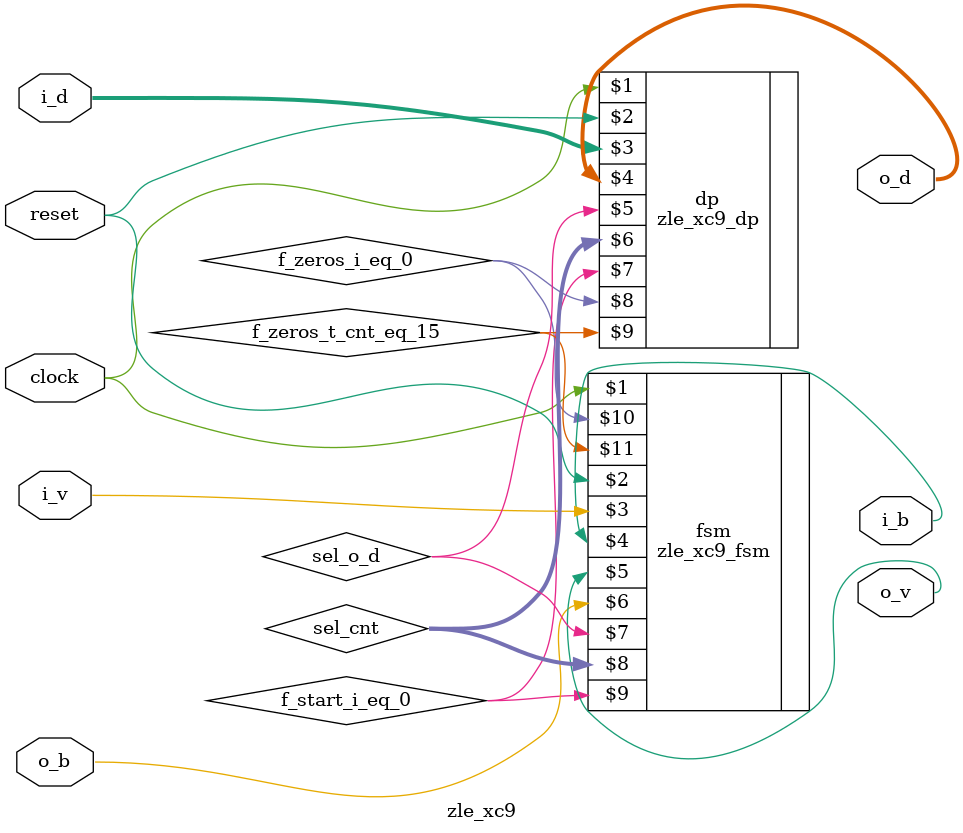
<source format=v>

`include "zle_xc9_fsm.v"
`include "zle_xc9_dp.v"

module zle_xc9 (clock, reset,  i_d, i_v, i_b,  o_d, o_v, o_b);
   
   input  clock, reset;
   input  [2:0] i_d;	input  i_v;	output i_b;	// - input  stream i
   output [3:0] o_d;	output o_v;	input  o_b;	// - output stream o

   wire 	sel_o_d;			// - o_d mux select to datapath
   wire [1:0] 	sel_cnt;			// - cnt mux select to datapath
   wire 	f_start_i_eq_0,
		f_zeros_i_eq_0,
		f_zeros_t_cnt_eq_15;		// - flags from datapath
   
   zle_xc9_fsm fsm (clock, reset,  i_v, i_b,  o_v, o_b,  sel_o_d, sel_cnt,
		    f_start_i_eq_0, f_zeros_i_eq_0, f_zeros_t_cnt_eq_15);
   
   zle_xc9_dp  dp  (clock, reset, i_d, o_d, sel_o_d, sel_cnt,
		    f_start_i_eq_0, f_zeros_i_eq_0, f_zeros_t_cnt_eq_15);

endmodule // zle_xc9


</source>
